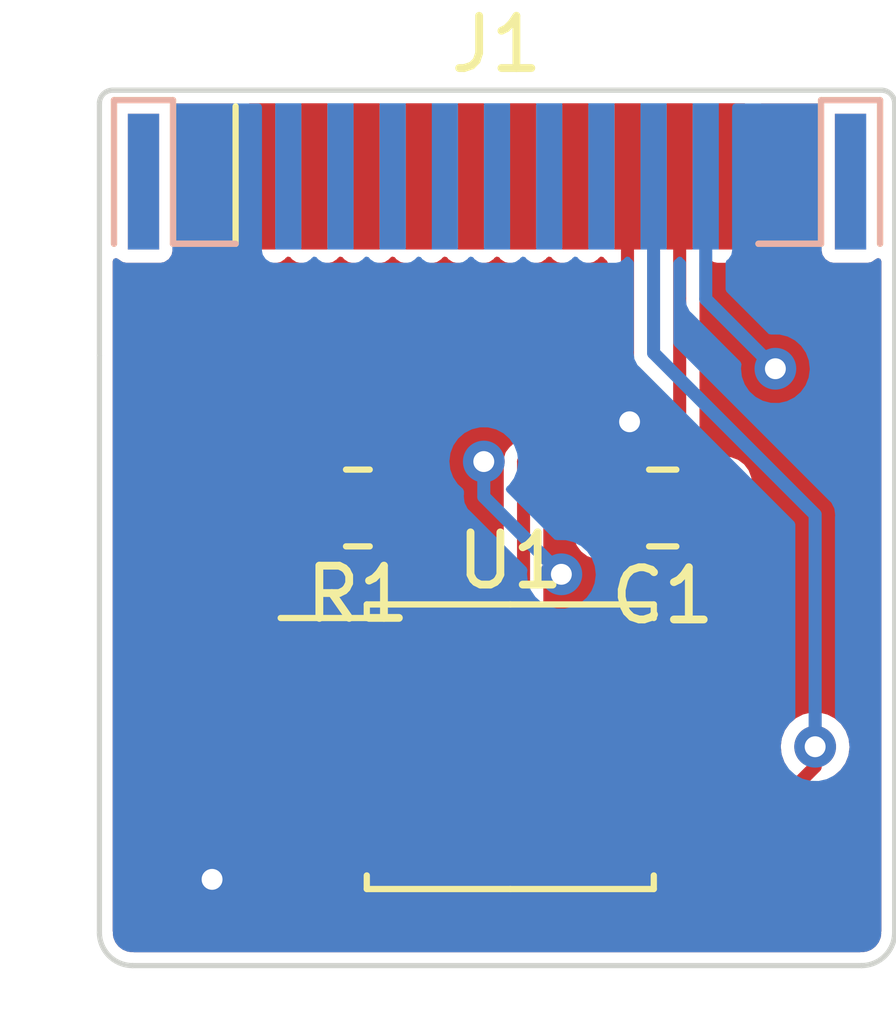
<source format=kicad_pcb>
(kicad_pcb (version 20211014) (generator pcbnew)
  (layers (0 "F.Cu" signal) (31 "B.Cu" signal) (34 "B.Paste" user) (35 "F.Paste" user) (36 "B.SilkS" user "B.Silkscreen") (37 "F.SilkS" user "F.Silkscreen") (38 "B.Mask" user) (39 "F.Mask" user) (44 "Edge.Cuts" user))
  (net 0 "")
  (net 15 "/SCL")
  (net 16 "/SDA")
  (net 17 "GND")
  (net 18 "VCC")
  (net 21 "Net-(R1-Pad2)")
  (footprint "Package_SO:SOP-8_5.28x5.23mm_P1.27mm" (layer "F.Cu") (at 92.964 135.509)
    (property "Reference" "U?")
    (property "Value" "AT24CS01-MAHM")
    (fp_text reference "U1" (at 0 -3.56) (layer "F.SilkS"))
    (fp_text value "AT24CS01-MAHM")
    (fp_line (start 2.75 2.725) (end 2.75 2.465) (layer "F.SilkS") (width 0.12))
    (fp_line (start 0 -2.725) (end -2.75 -2.725) (layer "F.SilkS") (width 0.12))
    (fp_line (start -2.75 2.725) (end -2.75 2.465) (layer "F.SilkS") (width 0.12))
    (fp_line (start 0 2.725) (end -2.75 2.725) (layer "F.SilkS") (width 0.12))
    (fp_line (start 0 2.725) (end 2.75 2.725) (layer "F.SilkS") (width 0.12))
    (fp_line (start 0 -2.725) (end 2.75 -2.725) (layer "F.SilkS") (width 0.12))
    (fp_line (start -2.75 -2.465) (end -4.4 -2.465) (layer "F.SilkS") (width 0.12))
    (fp_line (start -2.75 -2.725) (end -2.75 -2.465) (layer "F.SilkS") (width 0.12))
    (fp_line (start 2.75 -2.725) (end 2.75 -2.465) (layer "F.SilkS") (width 0.12))
    (pad "1" smd roundrect (at -3.6 -1.905) (size 1.6 0.6) (layers "F.Cu" "F.Paste" "F.Mask"))
    (pad "2" smd roundrect (at -3.6 -0.635) (size 1.6 0.6) (layers "F.Cu" "F.Paste" "F.Mask") (net 21 "Net-(R1-Pad2)"))
    (pad "3" smd roundrect (at -3.6 0.635) (size 1.6 0.6) (layers "F.Cu" "F.Paste" "F.Mask"))
    (pad "4" smd roundrect (at -3.6 1.905) (size 1.6 0.6) (layers "F.Cu" "F.Paste" "F.Mask") (net 17 "GND"))
    (pad "5" smd roundrect (at 3.6 1.905) (size 1.6 0.6) (layers "F.Cu" "F.Paste" "F.Mask") (net 16 "/SDA"))
    (pad "6" smd roundrect (at 3.6 0.635) (size 1.6 0.6) (layers "F.Cu" "F.Paste" "F.Mask") (net 15 "/SCL"))
    (pad "7" smd roundrect (at 3.6 -0.635) (size 1.6 0.6) (layers "F.Cu" "F.Paste" "F.Mask"))
    (pad "8" smd roundrect (at 3.6 -1.905) (size 1.6 0.6) (layers "F.Cu" "F.Paste" "F.Mask") (net 18 "VCC"))
  )
  (footprint "Resistor_SMD:R_0805_2012Metric" (layer "F.Cu") (at 90.043 130.937 180)
    (property "Reference" "R?")
    (property "Value" "R")
    (fp_text reference "R1" (at 0 -1.65) (layer "F.SilkS"))
    (fp_text value "R")
    (fp_line (start -0.227064 0.735) (end 0.227064 0.735) (layer "F.SilkS") (width 0.12))
    (fp_line (start -0.227064 -0.735) (end 0.227064 -0.735) (layer "F.SilkS") (width 0.12))
    (pad "1" smd roundrect (at -0.9125 0 180) (size 1.025 1.4) (layers "F.Cu" "F.Paste" "F.Mask") (roundrect_rratio 0.243902) (net 18 "VCC"))
    (pad "2" smd roundrect (at 0.9125 0 180) (size 1.025 1.4) (layers "F.Cu" "F.Paste" "F.Mask") (roundrect_rratio 0.243902) (net 21 "Net-(R1-Pad2)"))
  )
  (footprint "Capacitor_SMD:C_0805_2012Metric" (layer "F.Cu") (at 95.885 130.937 180)
    (property "Reference" "C?")
    (property "Value" "C")
    (fp_text reference "C1" (at 0 -1.68) (layer "F.SilkS"))
    (fp_text value "C")
    (fp_line (start -0.261252 0.735) (end 0.261252 0.735) (layer "F.SilkS") (width 0.12))
    (fp_line (start -0.261252 -0.735) (end 0.261252 -0.735) (layer "F.SilkS") (width 0.12))
    (pad "1" smd roundrect (at -0.95 0 180) (size 1 1.45) (layers "F.Cu" "F.Paste" "F.Mask") (net 18 "VCC"))
    (pad "2" smd roundrect (at 0.95 0 180) (size 1 1.45) (layers "F.Cu" "F.Paste" "F.Mask") (net 17 "GND"))
  )
  (footprint "Connector_HDMI:HDMI_A_Contact_Technology_HDMI-19APL2_Horizontal" (layer "F.Cu") (at 92.71 124.587)
    (fp_text reference "J1" (at -0.01 -2.53) (layer "F.SilkS"))
    (fp_text value "HDMI_A")
    (fp_line (start -7.34 -1.46) (end -6.21 -1.46) (layer "B.SilkS") (width 0.12))
    (fp_line (start -7.34 1.29) (end -7.34 -1.46) (layer "B.SilkS") (width 0.12))
    (fp_line (start 7.34 1.29) (end 7.34 -1.46) (layer "B.SilkS") (width 0.12))
    (fp_line (start 7.34 -1.46) (end 6.21 -1.46) (layer "B.SilkS") (width 0.12))
    (fp_line (start -6.21 1.29) (end -5.01 1.29) (layer "B.SilkS") (width 0.12))
    (fp_line (start 6.21 -1.46) (end 6.21 1.29) (layer "B.SilkS") (width 0.12))
    (fp_line (start 6.21 1.29) (end 5.01 1.29) (layer "B.SilkS") (width 0.12))
    (fp_line (start -6.21 -1.46) (end -6.21 1.29) (layer "B.SilkS") (width 0.12))
    (fp_line (start -7.34 1.29) (end -7.34 -1.46) (layer "F.SilkS") (width 0.12))
    (fp_line (start 7.34 -1.46) (end 6.21 -1.46) (layer "F.SilkS") (width 0.12))
    (fp_line (start -5.01 1.29) (end -5.01 -1.34) (layer "F.SilkS") (width 0.12))
    (fp_line (start -6.21 1.29) (end -5.01 1.29) (layer "F.SilkS") (width 0.12))
    (fp_line (start 7.34 1.29) (end 7.34 -1.46) (layer "F.SilkS") (width 0.12))
    (fp_line (start 6.21 1.29) (end 5.01 1.29) (layer "F.SilkS") (width 0.12))
    (fp_line (start 6.21 -1.46) (end 6.21 1.29) (layer "F.SilkS") (width 0.12))
    (fp_line (start -7.34 -1.46) (end -6.21 -1.46) (layer "F.SilkS") (width 0.12))
    (fp_line (start -6.21 -1.46) (end -6.21 1.29) (layer "F.SilkS") (width 0.12))
    (pad "1" smd rect (at -4.5 0) (size 0.5 2.8) (layers "F.Cu" "F.Paste" "F.Mask"))
    (pad "2" smd rect (at -4 0) (size 0.5 2.8) (layers "B.Cu" "B.Paste" "B.Mask"))
    (pad "3" smd rect (at -3.5 0) (size 0.5 2.8) (layers "F.Cu" "F.Paste" "F.Mask"))
    (pad "4" smd rect (at -3 0) (size 0.5 2.8) (layers "B.Cu" "B.Paste" "B.Mask"))
    (pad "5" smd rect (at -2.5 0) (size 0.5 2.8) (layers "F.Cu" "F.Paste" "F.Mask"))
    (pad "6" smd rect (at -2 0) (size 0.5 2.8) (layers "B.Cu" "B.Paste" "B.Mask"))
    (pad "7" smd rect (at -1.5 0) (size 0.5 2.8) (layers "F.Cu" "F.Paste" "F.Mask"))
    (pad "8" smd rect (at -1 0) (size 0.5 2.8) (layers "B.Cu" "B.Paste" "B.Mask"))
    (pad "9" smd rect (at -0.5 0) (size 0.5 2.8) (layers "F.Cu" "F.Paste" "F.Mask"))
    (pad "10" smd rect (at 0 0) (size 0.5 2.8) (layers "B.Cu" "B.Paste" "B.Mask"))
    (pad "11" smd rect (at 0.5 0) (size 0.5 2.8) (layers "F.Cu" "F.Paste" "F.Mask"))
    (pad "12" smd rect (at 1 0) (size 0.5 2.8) (layers "B.Cu" "B.Paste" "B.Mask"))
    (pad "13" smd rect (at 1.5 0) (size 0.5 2.8) (layers "F.Cu" "F.Paste" "F.Mask"))
    (pad "14" smd rect (at 2 0) (size 0.5 2.8) (layers "B.Cu" "B.Paste" "B.Mask"))
    (pad "15" smd rect (at 2.5 0) (size 0.5 2.8) (layers "F.Cu" "F.Paste" "F.Mask") (net 15 "/SCL"))
    (pad "16" smd rect (at 3 0) (size 0.5 2.8) (layers "B.Cu" "B.Paste" "B.Mask") (net 16 "/SDA"))
    (pad "17" smd rect (at 3.5 0) (size 0.5 2.8) (layers "F.Cu" "F.Paste" "F.Mask") (net 17 "GND"))
    (pad "18" smd rect (at 4 0) (size 0.5 2.8) (layers "B.Cu" "B.Paste" "B.Mask") (net 18 "VCC"))
    (pad "19" smd rect (at 4.5 0) (size 0.5 2.8) (layers "F.Cu" "F.Paste" "F.Mask"))
    (pad "SH" smd rect (at 6.775 0.1) (size 0.6 2.6) (layers "F.Cu" "F.Paste" "F.Mask"))
    (pad "SH" smd rect (at -6.775 0.1) (size 0.6 2.6) (layers "F.Cu" "F.Paste" "F.Mask"))
    (pad "SH" smd rect (at 6.775 0.1) (size 0.6 2.6) (layers "B.Cu" "B.Paste" "B.Mask"))
    (pad "SH" smd rect (at -6.775 0.1) (size 0.6 2.6) (layers "B.Cu" "B.Paste" "B.Mask"))
  )
  (gr_line (start 99.695 139.7) (end 85.725 139.7) (layer "Edge.Cuts") (width 0.1))
  (gr_line (start 85.09 139.065) (end 85.09 128.016) (layer "Edge.Cuts") (width 0.1))
  (gr_line (start 100.33 123.19) (end 100.33 128.016) (layer "Edge.Cuts") (width 0.1))
  (gr_line (start 85.344 122.936) (end 100.076 122.936) (layer "Edge.Cuts") (width 0.1))
  (gr_arc (start 85.725 139.7) (mid 85.275987 139.514013) (end 85.09 139.065) (layer "Edge.Cuts") (width 0.1))
  (gr_arc (start 100.33 139.065) (mid 100.144013 139.514013) (end 99.695 139.7) (layer "Edge.Cuts") (width 0.1))
  (gr_line (start 85.09 128.016) (end 85.09 123.19) (layer "Edge.Cuts") (width 0.1))
  (gr_arc (start 85.09 123.19) (mid 85.164395 123.010395) (end 85.344 122.936) (layer "Edge.Cuts") (width 0.1))
  (gr_line (start 100.33 128.016) (end 100.33 139.065) (layer "Edge.Cuts") (width 0.1))
  (gr_arc (start 100.076 122.936) (mid 100.255605 123.010395) (end 100.33 123.19) (layer "Edge.Cuts") (width 0.1))
  (segment (start 93.218 134.239) (end 93.218 130.048) (width 0.25) (layer "F.Cu") (net 15))
  (segment (start 93.218 130.048) (end 95.21 128.056) (width 0.25) (layer "F.Cu") (net 15))
  (segment (start 95.123 136.144) (end 93.218 134.239) (width 0.25) (layer "F.Cu") (net 15))
  (segment (start 96.564 136.144) (end 95.123 136.144) (width 0.25) (layer "F.Cu") (net 15))
  (segment (start 95.21 128.056) (end 95.21 124.587) (width 0.25) (layer "F.Cu") (net 15))
  (segment (start 96.564 137.414) (end 97.282 137.414) (width 0.25) (layer "F.Cu") (net 16))
  (segment (start 98.806 135.89) (end 98.806 135.509) (width 0.25) (layer "F.Cu") (net 16))
  (segment (start 97.282 137.414) (end 98.806 135.89) (width 0.25) (layer "F.Cu") (net 16))
  (via (at 98.806 135.509) (size 0.8) (drill 0.4) (layers "F.Cu" "B.Cu") (net 16))
  (segment (start 98.806 131.064) (end 95.71 127.968) (width 0.25) (layer "B.Cu") (net 16))
  (segment (start 95.71 127.968) (end 95.71 124.587) (width 0.25) (layer "B.Cu") (net 16))
  (segment (start 98.806 135.509) (end 98.806 131.064) (width 0.25) (layer "B.Cu") (net 16))
  (segment (start 96.21 124.587) (end 96.21 129.662) (width 0.25) (layer "F.Cu") (net 17))
  (segment (start 96.21 129.662) (end 94.935 130.937) (width 0.25) (layer "F.Cu") (net 17))
  (segment (start 89.364 137.414) (end 88.729 138.049) (width 0.25) (layer "F.Cu") (net 17))
  (segment (start 94.935 130.937) (end 94.935 129.601) (width 0.25) (layer "F.Cu") (net 17))
  (segment (start 88.729 138.049) (end 87.249 138.049) (width 0.25) (layer "F.Cu") (net 17))
  (segment (start 94.935 129.601) (end 95.25 129.286) (width 0.25) (layer "F.Cu") (net 17))
  (via (at 87.249 138.049) (size 0.8) (drill 0.4) (layers "F.Cu" "B.Cu") (net 17))
  (via (at 95.25 129.286) (size 0.8) (drill 0.4) (layers "F.Cu" "B.Cu") (net 17))
  (segment (start 96.835 130.937) (end 96.835 133.333) (width 0.25) (layer "F.Cu") (net 18))
  (segment (start 91.8445 130.048) (end 90.9555 130.937) (width 0.25) (layer "F.Cu") (net 18))
  (segment (start 96.835 129.479) (end 98.044 128.27) (width 0.25) (layer "F.Cu") (net 18))
  (segment (start 96.835 130.937) (end 96.835 129.479) (width 0.25) (layer "F.Cu") (net 18))
  (segment (start 95.167 132.207) (end 96.564 133.604) (width 0.25) (layer "F.Cu") (net 18))
  (segment (start 93.9425 132.207) (end 95.167 132.207) (width 0.25) (layer "F.Cu") (net 18))
  (segment (start 96.835 133.333) (end 96.564 133.604) (width 0.25) (layer "F.Cu") (net 18))
  (segment (start 92.456 130.048) (end 91.8445 130.048) (width 0.25) (layer "F.Cu") (net 18))
  (via (at 98.044 128.27) (size 0.8) (drill 0.4) (layers "F.Cu" "B.Cu") (net 18))
  (via (at 93.9425 132.207) (size 0.8) (drill 0.4) (layers "F.Cu" "B.Cu") (net 18))
  (via (at 92.456 130.048) (size 0.8) (drill 0.4) (layers "F.Cu" "B.Cu") (net 18))
  (segment (start 98.044 128.27) (end 96.71 126.936) (width 0.25) (layer "B.Cu") (net 18))
  (segment (start 92.456 130.7205) (end 93.9425 132.207) (width 0.25) (layer "B.Cu") (net 18))
  (segment (start 92.456 130.048) (end 92.456 130.7205) (width 0.25) (layer "B.Cu") (net 18))
  (segment (start 96.71 126.936) (end 96.71 124.587) (width 0.25) (layer "B.Cu") (net 18))
  (segment (start 88.265 134.874) (end 89.364 134.874) (width 0.25) (layer "F.Cu") (net 21))
  (segment (start 88.138 130.937) (end 87.503 131.572) (width 0.25) (layer "F.Cu") (net 21))
  (segment (start 89.1305 130.937) (end 88.138 130.937) (width 0.25) (layer "F.Cu") (net 21))
  (segment (start 87.503 134.112) (end 88.265 134.874) (width 0.25) (layer "F.Cu") (net 21))
  (segment (start 87.503 131.572) (end 87.503 134.112) (width 0.25) (layer "F.Cu") (net 21))
  (zone (net 18) (net_name "VCC") (layer "F.Cu") (connect_pads (clearance 0.254)) (min_thickness 0.127) (fill yes (thermal_gap 0.254) (thermal_bridge_width 0.254))
    (polygon (pts (xy 100.33 139.7) (xy 85.09 139.7) (xy 83.185 138.43) (xy 85.09 138.43) (xy 85.09 122.936) (xy 100.33 122.936)))
  )
  (zone (net 17) (net_name "GND") (layer "B.Cu") (connect_pads (clearance 0.254)) (min_thickness 0.127) (fill yes (thermal_gap 0.254) (thermal_bridge_width 0.254))
    (polygon (pts (xy 100.33 139.7) (xy 85.09 139.7) (xy 83.185 138.049) (xy 85.09 138.049) (xy 85.09 122.936) (xy 100.33 122.936)))
  )
)
</source>
